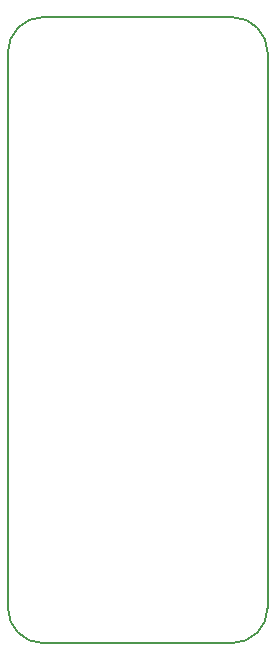
<source format=gbr>
%TF.GenerationSoftware,KiCad,Pcbnew,8.0.0*%
%TF.CreationDate,2024-06-24T23:08:17-07:00*%
%TF.ProjectId,lyrav3r2,6c797261-7633-4723-922e-6b696361645f,rev?*%
%TF.SameCoordinates,Original*%
%TF.FileFunction,Profile,NP*%
%FSLAX46Y46*%
G04 Gerber Fmt 4.6, Leading zero omitted, Abs format (unit mm)*
G04 Created by KiCad (PCBNEW 8.0.0) date 2024-06-24 23:08:17*
%MOMM*%
%LPD*%
G01*
G04 APERTURE LIST*
%TA.AperFunction,Profile*%
%ADD10C,0.200000*%
%TD*%
G04 APERTURE END LIST*
D10*
X19000000Y53000000D02*
G75*
G02*
X22000000Y50000000I0J-3000000D01*
G01*
X22000000Y3000000D02*
G75*
G02*
X19000000Y0I-3000000J0D01*
G01*
X22000000Y50000000D02*
X22000000Y3000000D01*
X3000000Y0D02*
G75*
G02*
X0Y3000000I0J3000000D01*
G01*
X0Y3000000D02*
X0Y50000000D01*
X0Y50000000D02*
G75*
G02*
X3000000Y53000000I3000000J0D01*
G01*
X19000000Y0D02*
X3000000Y0D01*
X3000000Y53000000D02*
X19000000Y53000000D01*
M02*

</source>
